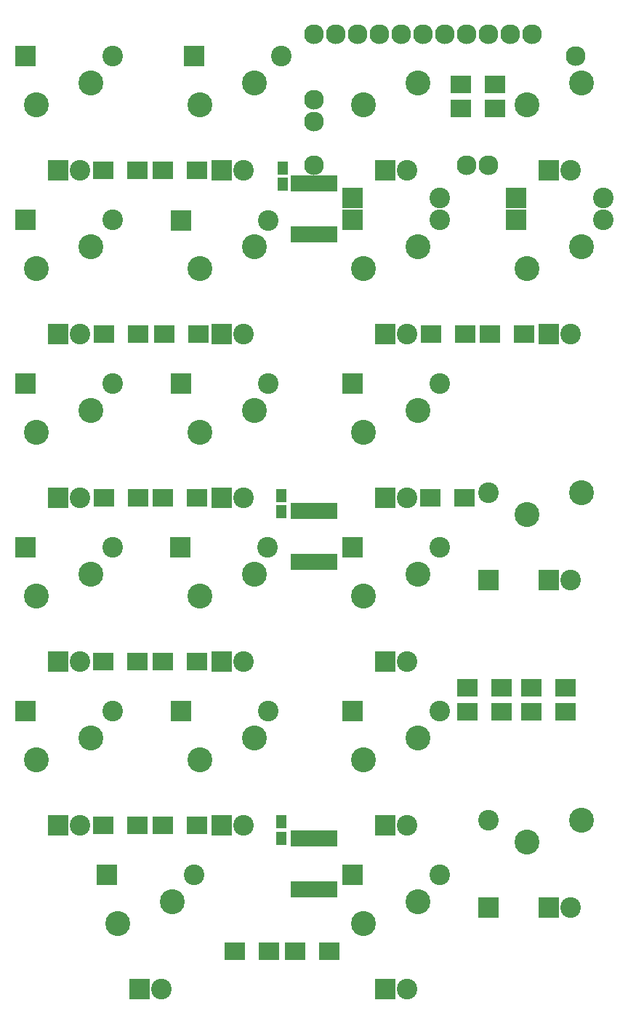
<source format=gbs>
G04 #@! TF.FileFunction,Soldermask,Bot*
%FSLAX46Y46*%
G04 Gerber Fmt 4.6, Leading zero omitted, Abs format (unit mm)*
G04 Created by KiCad (PCBNEW 4.0.2-stable) date Tuesday, March 29, 2016 'PMt' 06:01:04 PM*
%MOMM*%
G01*
G04 APERTURE LIST*
%ADD10C,0.100000*%
%ADD11R,0.850000X1.900000*%
%ADD12C,2.398980*%
%ADD13R,2.398980X2.398980*%
%ADD14C,2.400000*%
%ADD15R,2.400000X2.400000*%
%ADD16C,2.900000*%
%ADD17R,2.400000X2.100000*%
%ADD18C,2.300000*%
%ADD19R,1.150000X1.600000*%
G04 APERTURE END LIST*
D10*
D11*
X85620000Y-115140000D03*
X86270000Y-115140000D03*
X86920000Y-115140000D03*
X87570000Y-115140000D03*
X88220000Y-115140000D03*
X88870000Y-115140000D03*
X89520000Y-115140000D03*
X90170000Y-115140000D03*
X90170000Y-121040000D03*
X89520000Y-121040000D03*
X88870000Y-121040000D03*
X88220000Y-121040000D03*
X87570000Y-121040000D03*
X86920000Y-121040000D03*
X86270000Y-121040000D03*
X85620000Y-121040000D03*
X85620000Y-38940000D03*
X86270000Y-38940000D03*
X86920000Y-38940000D03*
X87570000Y-38940000D03*
X88220000Y-38940000D03*
X88870000Y-38940000D03*
X89520000Y-38940000D03*
X90170000Y-38940000D03*
X90170000Y-44840000D03*
X89520000Y-44840000D03*
X88870000Y-44840000D03*
X88220000Y-44840000D03*
X87570000Y-44840000D03*
X86920000Y-44840000D03*
X86270000Y-44840000D03*
X85620000Y-44840000D03*
D12*
X64400000Y-24107460D03*
D13*
X54240000Y-24107460D03*
D12*
X84085000Y-24107460D03*
D13*
X73925000Y-24107460D03*
D12*
X102500000Y-40617460D03*
D13*
X92340000Y-40617460D03*
D12*
X121550000Y-40617460D03*
D13*
X111390000Y-40617460D03*
D12*
X64400000Y-43157460D03*
D13*
X54240000Y-43157460D03*
D12*
X82561000Y-43284460D03*
D13*
X72401000Y-43284460D03*
D12*
X102500000Y-43157460D03*
D13*
X92340000Y-43157460D03*
D12*
X121550000Y-43157460D03*
D13*
X111390000Y-43157460D03*
D12*
X64400000Y-62207460D03*
D13*
X54240000Y-62207460D03*
D12*
X82561000Y-62207460D03*
D13*
X72401000Y-62207460D03*
D12*
X102500000Y-62207460D03*
D13*
X92340000Y-62207460D03*
D12*
X64400000Y-81257460D03*
D13*
X54240000Y-81257460D03*
D12*
X82434000Y-81257460D03*
D13*
X72274000Y-81257460D03*
D12*
X102500000Y-81257460D03*
D13*
X92340000Y-81257460D03*
D12*
X108212460Y-74910000D03*
D13*
X108212460Y-85070000D03*
D12*
X64400000Y-100307460D03*
D13*
X54240000Y-100307460D03*
D12*
X82561000Y-100307460D03*
D13*
X72401000Y-100307460D03*
D12*
X102500000Y-100307460D03*
D13*
X92340000Y-100307460D03*
D12*
X73925000Y-119357460D03*
D13*
X63765000Y-119357460D03*
D12*
X102500000Y-119357460D03*
D13*
X92340000Y-119357460D03*
D12*
X108212460Y-113010000D03*
D13*
X108212460Y-123170000D03*
D14*
X117740000Y-123170000D03*
D15*
X115200000Y-123170000D03*
D16*
X119010000Y-113010000D03*
X112660000Y-115550000D03*
D14*
X117740000Y-85070000D03*
D15*
X115200000Y-85070000D03*
D16*
X119010000Y-74910000D03*
X112660000Y-77450000D03*
D14*
X98690000Y-113645000D03*
D15*
X96150000Y-113645000D03*
D16*
X99960000Y-103485000D03*
X93610000Y-106025000D03*
D14*
X98690000Y-132695000D03*
D15*
X96150000Y-132695000D03*
D16*
X99960000Y-122535000D03*
X93610000Y-125075000D03*
D14*
X79640000Y-113645000D03*
D15*
X77100000Y-113645000D03*
D16*
X80910000Y-103485000D03*
X74560000Y-106025000D03*
D14*
X60590000Y-113645000D03*
D15*
X58050000Y-113645000D03*
D16*
X61860000Y-103485000D03*
X55510000Y-106025000D03*
D14*
X98690000Y-94595000D03*
D15*
X96150000Y-94595000D03*
D16*
X99960000Y-84435000D03*
X93610000Y-86975000D03*
D14*
X79640000Y-94595000D03*
D15*
X77100000Y-94595000D03*
D16*
X80910000Y-84435000D03*
X74560000Y-86975000D03*
D14*
X60590000Y-94595000D03*
D15*
X58050000Y-94595000D03*
D16*
X61860000Y-84435000D03*
X55510000Y-86975000D03*
D14*
X98690000Y-75545000D03*
D15*
X96150000Y-75545000D03*
D16*
X99960000Y-65385000D03*
X93610000Y-67925000D03*
D14*
X79640000Y-75545000D03*
D15*
X77100000Y-75545000D03*
D16*
X80910000Y-65385000D03*
X74560000Y-67925000D03*
D14*
X60590000Y-75545000D03*
D15*
X58050000Y-75545000D03*
D16*
X61860000Y-65385000D03*
X55510000Y-67925000D03*
D14*
X117740000Y-56495000D03*
D15*
X115200000Y-56495000D03*
D16*
X119010000Y-46335000D03*
X112660000Y-48875000D03*
D14*
X98690000Y-56495000D03*
D15*
X96150000Y-56495000D03*
D16*
X99960000Y-46335000D03*
X93610000Y-48875000D03*
D14*
X60590000Y-56495000D03*
D15*
X58050000Y-56495000D03*
D16*
X61860000Y-46335000D03*
X55510000Y-48875000D03*
D14*
X117740000Y-37445000D03*
D15*
X115200000Y-37445000D03*
D16*
X119010000Y-27285000D03*
X112660000Y-29825000D03*
D14*
X98690000Y-37445000D03*
D15*
X96150000Y-37445000D03*
D16*
X99960000Y-27285000D03*
X93610000Y-29825000D03*
D14*
X79640000Y-37445000D03*
D15*
X77100000Y-37445000D03*
D16*
X80910000Y-27285000D03*
X74560000Y-29825000D03*
D14*
X60590000Y-37445000D03*
D15*
X58050000Y-37445000D03*
D16*
X61860000Y-27285000D03*
X55510000Y-29825000D03*
D14*
X79640000Y-56495000D03*
D15*
X77100000Y-56495000D03*
D16*
X80910000Y-46335000D03*
X74560000Y-48875000D03*
D14*
X70115000Y-132695000D03*
D15*
X67575000Y-132695000D03*
D16*
X71385000Y-122535000D03*
X65035000Y-125075000D03*
D17*
X67289000Y-37445000D03*
X63289000Y-37445000D03*
X70274000Y-37445000D03*
X74274000Y-37445000D03*
X108945000Y-30206000D03*
X104945000Y-30206000D03*
X104945000Y-27412000D03*
X108945000Y-27412000D03*
X67416000Y-56495000D03*
X63416000Y-56495000D03*
X70401000Y-56495000D03*
X74401000Y-56495000D03*
X105516000Y-56495000D03*
X101516000Y-56495000D03*
X108374000Y-56495000D03*
X112374000Y-56495000D03*
X67416000Y-75545000D03*
X63416000Y-75545000D03*
X70274000Y-75545000D03*
X74274000Y-75545000D03*
X105389000Y-75545000D03*
X101389000Y-75545000D03*
X67289000Y-94595000D03*
X63289000Y-94595000D03*
X70274000Y-94595000D03*
X74274000Y-94595000D03*
X109707000Y-97643000D03*
X105707000Y-97643000D03*
X113200000Y-97643000D03*
X117200000Y-97643000D03*
X67289000Y-113645000D03*
X63289000Y-113645000D03*
X70274000Y-113645000D03*
X74274000Y-113645000D03*
X109707000Y-100437000D03*
X105707000Y-100437000D03*
X82656000Y-128250000D03*
X78656000Y-128250000D03*
X85641000Y-128250000D03*
X89641000Y-128250000D03*
X113200000Y-100437000D03*
X117200000Y-100437000D03*
D11*
X85620000Y-77040000D03*
X86270000Y-77040000D03*
X86920000Y-77040000D03*
X87570000Y-77040000D03*
X88220000Y-77040000D03*
X88870000Y-77040000D03*
X89520000Y-77040000D03*
X90170000Y-77040000D03*
X90170000Y-82940000D03*
X89520000Y-82940000D03*
X88870000Y-82940000D03*
X88220000Y-82940000D03*
X87570000Y-82940000D03*
X86920000Y-82940000D03*
X86270000Y-82940000D03*
X85620000Y-82940000D03*
D18*
X105675000Y-36810000D03*
X118375000Y-24110000D03*
X87895000Y-29190000D03*
X87895000Y-31730000D03*
X108215000Y-36810000D03*
X87895000Y-36810000D03*
X87895000Y-21570000D03*
X90435000Y-21570000D03*
X92975000Y-21570000D03*
X95515000Y-21570000D03*
X98055000Y-21570000D03*
X100595000Y-21570000D03*
X103135000Y-21570000D03*
X105675000Y-21570000D03*
X108215000Y-21570000D03*
X110755000Y-21570000D03*
X113295000Y-21570000D03*
D19*
X84212000Y-39030000D03*
X84212000Y-37130000D03*
X84085000Y-77130000D03*
X84085000Y-75230000D03*
X84085000Y-115103000D03*
X84085000Y-113203000D03*
M02*

</source>
